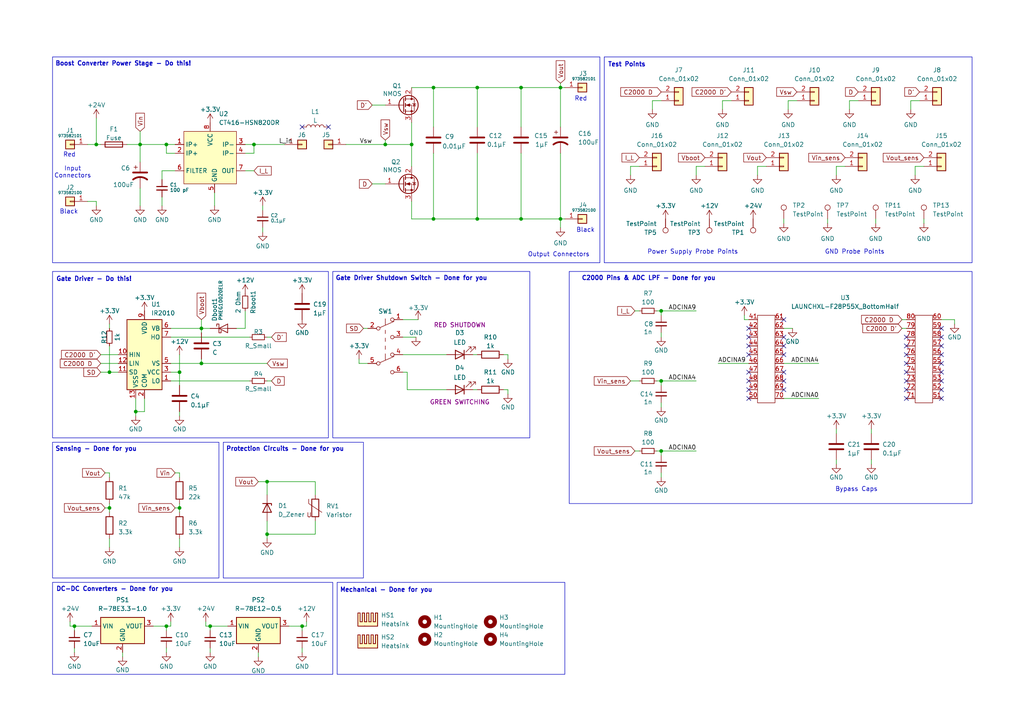
<source format=kicad_sch>
(kicad_sch (version 20250114) (generator "eeschema") (generator_version "9.0")
  (paper "A4")
  (title_block (title "24V-48V Boost Converter") (rev "0") (company "ECE462L: Power Electronics Lab") (comment 1 "[Student names here...]"))
  (lib_symbols
    (symbol "CT416-HSN820DR_1"
      (property "Reference" "U" (at 6.858 12.954 0))
      (property "Value" "CT416-HSN820DR" (at 9.652 10.668 0))
      (symbol "CT416-HSN820DR_1_1_1"
        (pin input line (at -10.16 3.81 0) (length 2.54) (name "IP+") (number "1"))
        (pin input line (at -10.16 1.27 0) (length 2.54) (name "IP+") (number "2"))
        (pin input line (at -10.16 -3.81 0) (length 2.54) (name "FILTER") (number "6"))
        (pin input line (at 0 10.16 270) (length 2.54) (name "VCC") (number "8"))
        (pin input line (at 1.27 -10.16 90) (length 2.54) (name "GND") (number "5"))
        (pin input line (at 10.16 3.81 180) (length 2.54) (name "IP-") (number "3"))
        (pin input line (at 10.16 1.27 180) (length 2.54) (name "IP-") (number "4"))
        (pin input line (at 10.16 -3.81 180) (length 2.54) (name "OUT") (number "7"))
      )
    )
    (symbol "Connector:TestPoint" (pin_numbers (hide yes)) (pin_names (offset 0.762) (hide yes))
      (property "Reference" "TP" (at 0 6.858 0))
      (property "Value" "TestPoint" (at 0 5.08 0))
      (symbol "TestPoint_1_1"
        (pin passive line (at 0 0 90) (length 2.54) (name "1") (number "1"))
      )
    )
    (symbol "Connector_Generic:Conn_01x01" (pin_names (offset 1.016) (hide yes))
      (property "Reference" "J" (at 0 2.54 0))
      (property "Value" "Conn_01x01" (at 0 -2.54 0))
      (symbol "Conn_01x01_1_1"
        (pin passive line (at -5.08 0 0) (length 3.81) (name "Pin_1") (number "1"))
      )
    )
    (symbol "Connector_Generic:Conn_01x02" (pin_names (offset 1.016) (hide yes))
      (property "Reference" "J" (at 0 2.54 0))
      (property "Value" "Conn_01x02" (at 0 -5.08 0))
      (symbol "Conn_01x02_1_1"
        (pin passive line (at -5.08 0 0) (length 3.81) (name "Pin_1") (number "1"))
        (pin passive line (at -5.08 -2.54 0) (length 3.81) (name "Pin_2") (number "2"))
      )
    )
    (symbol "Device:C" (pin_numbers (hide yes)) (pin_names (offset 0.254))
      (property "Reference" "C" (at 0.635 2.54 0))
      (property "Value" "C" (at 0.635 -2.54 0))
      (symbol "C_1_1"
        (pin passive line (at 0 3.81 270) (length 2.794) (name "~") (number "1"))
        (pin passive line (at 0 -3.81 90) (length 2.794) (name "~") (number "2"))
      )
    )
    (symbol "Device:C_Polarized_US" (pin_numbers (hide yes)) (pin_names (offset 0.254) (hide yes))
      (property "Reference" "C" (at 0.635 2.54 0))
      (property "Value" "C_Polarized_US" (at 0.635 -2.54 0))
      (symbol "C_Polarized_US_1_1"
        (pin passive line (at 0 3.81 270) (length 2.794) (name "~") (number "1"))
        (pin passive line (at 0 -3.81 90) (length 3.302) (name "~") (number "2"))
      )
    )
    (symbol "Device:C_Small" (pin_numbers (hide yes)) (pin_names (offset 0.254) (hide yes))
      (property "Reference" "C" (at 0.254 1.778 0))
      (property "Value" "C_Small" (at 0.254 -2.032 0))
      (symbol "C_Small_1_1"
        (pin passive line (at 0 2.54 270) (length 2.032) (name "~") (number "1"))
        (pin passive line (at 0 -2.54 90) (length 2.032) (name "~") (number "2"))
      )
    )
    (symbol "Device:D_Zener" (pin_numbers (hide yes)) (pin_names (offset 1.016) (hide yes))
      (property "Reference" "D" (at 0 2.54 0))
      (property "Value" "D_Zener" (at 0 -2.54 0))
      (symbol "D_Zener_1_1"
        (pin passive line (at -3.81 0 0) (length 2.54) (name "K") (number "1"))
        (pin passive line (at 3.81 0 180) (length 2.54) (name "A") (number "2"))
      )
    )
    (symbol "Device:Fuse" (pin_numbers (hide yes)) (pin_names (offset 0))
      (property "Reference" "F" (at 2.032 0 90))
      (property "Value" "Fuse" (at -1.905 0 90))
      (symbol "Fuse_1_1"
        (pin passive line (at 0 3.81 270) (length 1.27) (name "~") (number "1"))
        (pin passive line (at 0 -3.81 90) (length 1.27) (name "~") (number "2"))
      )
    )
    (symbol "Device:L" (pin_numbers (hide yes)) (pin_names (offset 1.016) (hide yes))
      (property "Reference" "L" (at -1.27 0 90))
      (property "Value" "L" (at 1.905 0 90))
      (symbol "L_1_1"
        (pin passive line (at 0 3.81 270) (length 1.27) (name "1") (number "1"))
        (pin passive line (at 0 -3.81 90) (length 1.27) (name "2") (number "2"))
      )
    )
    (symbol "Device:LED" (pin_numbers (hide yes)) (pin_names (offset 1.016) (hide yes))
      (property "Reference" "D" (at 0 2.54 0))
      (property "Value" "LED" (at 0 -2.54 0))
      (symbol "LED_1_1"
        (pin passive line (at -3.81 0 0) (length 2.54) (name "K") (number "1"))
        (pin passive line (at 3.81 0 180) (length 2.54) (name "A") (number "2"))
      )
    )
    (symbol "Device:Q_NMOS_GDS" (pin_names (offset 0) (hide yes))
      (property "Reference" "Q" (at 5.08 1.27 0))
      (property "Value" "Q_NMOS_GDS" (at 5.08 -1.27 0))
      (symbol "Q_NMOS_GDS_1_1"
        (pin input line (at -5.08 0 0) (length 2.54) (name "G") (number "1"))
        (pin passive line (at 2.54 5.08 270) (length 2.54) (name "D") (number "2"))
        (pin passive line (at 2.54 -5.08 90) (length 2.54) (name "S") (number "3"))
      )
    )
    (symbol "Device:R" (pin_numbers (hide yes)) (pin_names (offset 0))
      (property "Reference" "R" (at 2.032 0 90))
      (property "Value" "R" (at 0 0 90))
      (symbol "R_1_1"
        (pin passive line (at 0 3.81 270) (length 1.27) (name "~") (number "1"))
        (pin passive line (at 0 -3.81 90) (length 1.27) (name "~") (number "2"))
      )
    )
    (symbol "Device:R_Small" (pin_numbers (hide yes)) (pin_names (offset 0.254) (hide yes))
      (property "Reference" "R" (at 0.762 0.508 0))
      (property "Value" "R_Small" (at 0.762 -1.016 0))
      (symbol "R_Small_1_1"
        (pin passive line (at 0 2.54 270) (length 0.762) (name "~") (number "1"))
        (pin passive line (at 0 -2.54 90) (length 0.762) (name "~") (number "2"))
      )
    )
    (symbol "Device:Varistor" (pin_numbers (hide yes)) (pin_names (offset 0))
      (property "Reference" "RV" (at 3.175 0 90))
      (property "Value" "Varistor" (at -3.175 0 90))
      (symbol "Varistor_0_0"
        (text "U" (at -1.778 -2.032 0) (effects (font (size 1.27 1.27))))
      )
      (symbol "Varistor_1_1"
        (pin passive line (at 0 3.81 270) (length 1.27) (name "~") (number "1"))
        (pin passive line (at 0 -3.81 90) (length 1.27) (name "~") (number "2"))
      )
    )
    (symbol "Diode:PMEG10020ELR" (pin_numbers (hide yes)) (pin_names (hide yes))
      (property "Reference" "D" (at 0 2.54 0))
      (property "Value" "PMEG10020ELR" (at 0 -2.54 0))
      (symbol "PMEG10020ELR_1_1"
        (pin passive line (at -3.81 0 0) (length 2.54) (name "K") (number "1"))
        (pin passive line (at 3.81 0 180) (length 2.54) (name "A") (number "2"))
      )
    )
    (symbol "Driver_FET:IR2010"
      (property "Reference" "U" (at 1.27 13.335 0))
      (property "Value" "IR2010" (at 1.27 11.43 0))
      (symbol "IR2010_1_1"
        (pin input line (at -7.62 0 0) (length 2.54) (name "HIN") (number "10"))
        (pin input line (at -7.62 -2.54 0) (length 2.54) (name "LIN") (number "12"))
        (pin input line (at -7.62 -5.08 0) (length 2.54) (name "SD") (number "11"))
        (pin no_connect line (at -5.08 7.62 0) (length 2.54) (hide yes) (name "NC") (number "4"))
        (pin no_connect line (at -5.08 5.08 0) (length 2.54) (hide yes) (name "NC") (number "8"))
        (pin no_connect line (at -5.08 2.54 0) (length 2.54) (hide yes) (name "NC") (number "14"))
        (pin power_in line (at -2.54 -12.7 90) (length 2.54) (name "VSS") (number "13"))
        (pin power_in line (at 0 12.7 270) (length 2.54) (name "VDD") (number "9"))
        (pin power_in line (at 0 -12.7 90) (length 2.54) (name "COM") (number "2"))
        (pin passive line (at 7.62 7.62 180) (length 2.54) (name "VB") (number "6"))
        (pin output line (at 7.62 5.08 180) (length 2.54) (name "HO") (number "7"))
        (pin passive line (at 7.62 -2.54 180) (length 2.54) (name "VS") (number "5"))
        (pin power_in line (at 7.62 -5.08 180) (length 2.54) (name "VCC") (number "3"))
        (pin output line (at 7.62 -7.62 180) (length 2.54) (name "LO") (number "1"))
      )
    )
    (symbol "ECE462L:LAUNCHXL-F28P55X_BottomHalf"
      (property "Reference" "U" (at 0 16.002 0))
      (property "Value" "LAUNCHXL-F28P55X_BottomHalf" (at 0 13.97 0))
      (symbol "LAUNCHXL-F28P55X_BottomHalf_1_1"
        (pin bidirectional line (at -27.94 5.08 0) (length 2.54) (name "") (number "41"))
        (pin bidirectional line (at -27.94 2.54 0) (length 2.54) (name "") (number "42"))
        (pin bidirectional line (at -27.94 0 0) (length 2.54) (name "") (number "43"))
        (pin bidirectional line (at -27.94 -2.54 0) (length 2.54) (name "") (number "44"))
        (pin bidirectional line (at -27.94 -5.08 0) (length 2.54) (name "") (number "45"))
        (pin bidirectional line (at -27.94 -7.62 0) (length 2.54) (name "") (number "46"))
        (pin bidirectional line (at -27.94 -10.16 0) (length 2.54) (name "") (number "47"))
        (pin bidirectional line (at -27.94 -12.7 0) (length 2.54) (name "") (number "48"))
        (pin bidirectional line (at -27.94 -15.24 0) (length 2.54) (name "") (number "49"))
        (pin bidirectional line (at -27.94 -17.78 0) (length 2.54) (name "") (number "50"))
        (pin bidirectional line (at -17.78 5.08 180) (length 2.54) (name "") (number "61"))
        (pin bidirectional line (at -17.78 2.54 180) (length 2.54) (name "") (number "62"))
        (pin bidirectional line (at -17.78 0 180) (length 2.54) (name "") (number "63"))
        (pin bidirectional line (at -17.78 -2.54 180) (length 2.54) (name "") (number "64"))
        (pin bidirectional line (at -17.78 -5.08 180) (length 2.54) (name "") (number "65"))
        (pin bidirectional line (at -17.78 -7.62 180) (length 2.54) (name "") (number "66"))
        (pin bidirectional line (at -17.78 -10.16 180) (length 2.54) (name "") (number "67"))
        (pin bidirectional line (at -17.78 -12.7 180) (length 2.54) (name "") (number "68"))
        (pin bidirectional line (at -17.78 -15.24 180) (length 2.54) (name "") (number "69"))
        (pin bidirectional line (at -17.78 -17.78 180) (length 2.54) (name "") (number "70"))
        (pin bidirectional line (at 17.78 5.08 0) (length 2.54) (name "") (number "80"))
        (pin bidirectional line (at 17.78 2.54 0) (length 2.54) (name "") (number "79"))
        (pin bidirectional line (at 17.78 0 0) (length 2.54) (name "") (number "78"))
        (pin bidirectional line (at 17.78 -2.54 0) (length 2.54) (name "") (number "77"))
        (pin bidirectional line (at 17.78 -5.08 0) (length 2.54) (name "") (number "76"))
        (pin bidirectional line (at 17.78 -7.62 0) (length 2.54) (name "") (number "75"))
        (pin bidirectional line (at 17.78 -10.16 0) (length 2.54) (name "") (number "74"))
        (pin bidirectional line (at 17.78 -12.7 0) (length 2.54) (name "") (number "73"))
        (pin bidirectional line (at 17.78 -15.24 0) (length 2.54) (name "") (number "72"))
        (pin bidirectional line (at 17.78 -17.78 0) (length 2.54) (name "") (number "71"))
        (pin bidirectional line (at 27.94 5.08 180) (length 2.54) (name "") (number "60"))
        (pin bidirectional line (at 27.94 2.54 180) (length 2.54) (name "") (number "59"))
        (pin bidirectional line (at 27.94 0 180) (length 2.54) (name "") (number "58"))
        (pin bidirectional line (at 27.94 -2.54 180) (length 2.54) (name "") (number "57"))
        (pin bidirectional line (at 27.94 -5.08 180) (length 2.54) (name "") (number "56"))
        (pin bidirectional line (at 27.94 -7.62 180) (length 2.54) (name "") (number "55"))
        (pin bidirectional line (at 27.94 -10.16 180) (length 2.54) (name "") (number "54"))
        (pin bidirectional line (at 27.94 -12.7 180) (length 2.54) (name "") (number "53"))
        (pin bidirectional line (at 27.94 -15.24 180) (length 2.54) (name "") (number "52"))
        (pin bidirectional line (at 27.94 -17.78 180) (length 2.54) (name "") (number "51"))
      )
    )
    (symbol "ECE462L:R-78E12-0.5"
      (property "Reference" "PS" (at 0 7.874 0))
      (property "Value" "R-78E12-0.5" (at 0.254 5.588 0))
      (symbol "R-78E12-0.5_1_0"
        (pin input line (at -8.89 1.27 0) (length 2.54) (name "VIN") (number "1"))
        (pin power_in line (at 0 -6.35 90) (length 2.54) (name "GND") (number "2"))
        (pin output line (at 8.89 1.27 180) (length 2.54) (name "VOUT") (number "3"))
      )
    )
    (symbol "ECE462L:R-78E3.3-1.0"
      (property "Reference" "PS" (at -1.016 6.858 0))
      (property "Value" "R-78E3.3-1.0" (at -6.858 4.572 0))
      (symbol "R-78E3.3-1.0_1_0"
        (pin input line (at -8.89 1.27 0) (length 2.54) (name "VIN") (number "1"))
        (pin power_in line (at 0 -6.35 90) (length 2.54) (name "GND") (number "2"))
        (pin output line (at 8.89 1.27 180) (length 2.54) (name "VOUT") (number "3"))
      )
    )
    (symbol "GND_1" (power) (pin_numbers (hide yes)) (pin_names (offset 0) (hide yes))
      (property "Value" "GND" (at 0 -3.81 0))
      (symbol "GND_1_1_1"
        (pin power_in line (at 0 0 270) (length 0) (name "~") (number "1"))
      )
    )
    (symbol "Mechanical:Heatsink" (pin_names (offset 1.016)) (exclude_from_sim yes)
      (property "Reference" "HS" (at 0 5.08 0))
      (property "Value" "Heatsink" (at 0 -1.27 0))
    )
    (symbol "Mechanical:MountingHole" (pin_names (offset 1.016)) (exclude_from_sim yes) (in_bom no)
      (property "Reference" "H" (at 0 5.08 0))
      (property "Value" "MountingHole" (at 0 3.175 0))
    )
    (symbol "Switch:SW_Push_DPDT" (pin_names (offset 0) (hide yes))
      (property "Reference" "SW" (at 0 8.89 0))
      (property "Value" "SW_Push_DPDT" (at 0 -10.16 0))
      (symbol "SW_Push_DPDT_1_1"
        (pin passive line (at -5.08 5.08 0) (length 2.54) (name "B") (number "2"))
        (pin passive line (at -5.08 -5.08 0) (length 2.54) (name "B") (number "5"))
        (pin passive line (at 5.08 7.62 180) (length 2.54) (name "A") (number "1"))
        (pin passive line (at 5.08 2.54 180) (length 2.54) (name "C") (number "3"))
        (pin passive line (at 5.08 -2.54 180) (length 2.54) (name "A") (number "4"))
        (pin passive line (at 5.08 -7.62 180) (length 2.54) (name "C") (number "6"))
      )
    )
    (symbol "power:+12V" (power) (pin_names (offset 0))
      (property "Value" "+12V" (at 0 3.556 0))
      (symbol "+12V_1_1"
        (pin power_in line (at 0 0 90) (length 0) (hide yes) (name "+12V") (number "1"))
      )
    )
    (symbol "power:+24V" (power) (pin_names (offset 0))
      (property "Value" "+24V" (at 0 3.556 0))
      (symbol "+24V_1_1"
        (pin power_in line (at 0 0 90) (length 0) (hide yes) (name "+24V") (number "1"))
      )
    )
    (symbol "power:+3.3V" (power) (pin_names (offset 0))
      (property "Value" "+3.3V" (at 0 3.556 0))
      (symbol "+3.3V_1_1"
        (pin power_in line (at 0 0 90) (length 0) (hide yes) (name "+3.3V") (number "1"))
      )
    )
    (symbol "power:GND" (power) (pin_names (offset 0))
      (property "Value" "GND" (at 0 -3.81 0))
      (symbol "GND_1_1"
        (pin power_in line (at 0 0 270) (length 0) (hide yes) (name "GND") (number "1"))
      )
    )
  )
  (rectangle (start 97.79 168.91) (end 163.83 195.58))
  (rectangle (start -124.46 78.74) (end -3.81 127))
  (rectangle (start 15.24 128.27) (end 63.5 167.64))
  (rectangle (start 165.1 78.74) (end 281.94 146.05))
  (rectangle (start 64.77 128.27) (end 105.41 167.64))
  (rectangle (start 15.24 168.91) (end 96.52 195.58))
  (rectangle (start 96.52 78.74) (end 153.67 127))
  (rectangle (start -124.46 13.97) (end -3.81 77.47))
  (rectangle (start 175.26 16.51) (end 281.94 76.2))
  (rectangle (start 15.24 78.74) (end 95.25 127))
  (rectangle (start 15.24 16.51) (end 173.99 76.2))
  (text "High Freq Filtering Capacitors\n(for switching loop)" (at -29.21 66.548 0) (effects (font (size 1.27 1.27))))
  (text "Inductor wire through hole connections" (at -76.2 30.988 0) (effects (font (size 1.27 1.27)) (justify left bottom)))
  (text "Input\nConnectors" (at 21.082 50.038 0) (effects (font (size 1.27 1.27))))
  (text "Sensing - Done for you\n" (at 16.002 131.064 0) (effects (font (size 1.27 1.27) (thickness 0.254) (bold yes)) (justify left bottom)))
  (text "Protection Circuits - Done for you" (at 65.532 131.064 0) (effects (font (size 1.27 1.27) (thickness 0.254) (bold yes)) (justify left bottom)))
  (text "Input\nCapacitor\n" (at -59.944 66.548 0) (effects (font (size 1.27 1.27))))
  (text "Test Points" (at 176.276 19.558 0) (effects (font (size 1.27 1.27) (thickness 0.254) (bold yes)) (justify left bottom)))
  (text "Bypass Cap\nfor +12V VCC" (at -56.896 117.856 0) (effects (font (size 1.27 1.27))))
  (text "Black" (at 17.272 62.23 0) (effects (font (size 1.27 1.27)) (justify left bottom)))
  (text "Mechanical - Done for you" (at 98.552 171.958 0) (effects (font (size 1.27 1.27) (thickness 0.254) (bold yes)) (justify left bottom)))
  (text "Red" (at 18.288 45.72 0) (effects (font (size 1.27 1.27)) (justify left bottom)))
  (text "Bulk Output\nCapacitor" (at -76.962 66.548 0) (effects (font (size 1.27 1.27))))
  (text "Power Supply Probe Points" (at 200.914 73.152 0) (effects (font (size 1.27 1.27))))
  (text "Bootstrap\nCapacitor" (at -79.502 117.602 0) (effects (font (size 1.27 1.27))))
  (text "Red" (at 166.624 29.464 0) (effects (font (size 1.27 1.27)) (justify left bottom)))
  (text "Gate Driver Shutdown Switch - Done for you" (at 97.282 81.534 0) (effects (font (size 1.27 1.27) (thickness 0.254) (bold yes)) (justify left bottom)))
  (text "Notes: \n\n-The inductor physically will be mounted into the board using a bobbin\n-The inductor will be electrically connected using connectors J5 and J6 \n(use net names L_In and Vsw to connect these to the rest of the circuit).\n- Since the bobbin is not electrically connected to the board, leave the \nconnection as a no connect so it will not be connected to any node on the board.\n- Bypass capacitors should be placed as close as possible to the physical pins of each IC.\n- Please do not change any net names - the rest of the circuit depends on the current net names. \n" (at -112.522 1.27 0) (effects (font (size 1.27 1.27)) (justify left)))
  (text "Black" (at 167.132 67.564 0) (effects (font (size 1.27 1.27)) (justify left bottom)))
  (text "Gate Driver - Do this!" (at 16.256 81.788 0) (effects (font (size 1.27 1.27) (thickness 0.254) (bold yes)) (justify left bottom)))
  (text "Current Sensor" (at -94.488 70.612 0) (effects (font (size 1.27 1.27))))
  (text "Boostrap\nResistor\n" (at -34.036 109.474 0) (effects (font (size 1.27 1.27))))
  (text "DC-DC Converters - Done for you" (at 16.256 171.704 0) (effects (font (size 1.27 1.27) (thickness 0.254) (bold yes)) (justify left bottom)))
  (text "Boost Power Stage Components - Use these!" (at -123.19 18.288 0) (effects (font (size 2 2) (thickness 0.4) (bold yes) (italic yes)) (justify left bottom)))
  (text "Gate Resistors" (at -79.502 101.854 0) (effects (font (size 1.27 1.27))))
  (text "C2000 Pins & ADC LPF - Done for you\n" (at 168.656 81.534 0) (effects (font (size 1.27 1.27) (thickness 0.254) (bold yes)) (justify left bottom)))
  (text "Boostrap Diode" (at -56.896 101.854 0) (effects (font (size 1.27 1.27))))
  (text "Output Connectors\n\n" (at 162.052 74.93 0) (effects (font (size 1.27 1.27))))
  (text "Bypass Capacitor\nfor Current Sensor" (at -104.902 41.91 0) (effects (font (size 1.27 1.27))))
  (text "Inductor Bobbin \nConnection" (at -56.388 47.244 0) (effects (font (size 1.27 1.27))))
  (text "Switches" (at -22.606 21.336 0) (effects (font (size 1.27 1.27))))
  (text "Bypass Capacitor\nfor Gate Driver\n" (at -103.632 115.316 0) (effects (font (size 1.27 1.27))))
  (text "Gate Driver Components - Use these!" (at -122.682 83.312 0) (effects (font (size 2 2) (thickness 0.4) (bold yes) (italic yes)) (justify left bottom)))
  (text "GND Probe Points" (at 247.904 73.152 0) (effects (font (size 1.27 1.27))))
  (text "Bypass Caps" (at 248.412 141.986 0) (effects (font (size 1.27 1.27))))
  (text "Boost Converter Power Stage - Do this!\n" (at 16.002 19.304 0) (effects (font (size 1.27 1.27) (thickness 0.254) (bold yes)) (justify left bottom)))
  (junction (at 111.76 41.91))
  (junction (at 77.47 139.7))
  (junction (at 21.59 181.61))
  (junction (at 27.94 41.91))
  (junction (at 191.77 130.81))
  (junction (at 125.73 25.4))
  (junction (at 60.96 181.61))
  (junction (at 151.13 25.4))
  (junction (at 31.75 107.95))
  (junction (at 119.38 41.91))
  (junction (at 73.66 41.91))
  (junction (at 48.26 41.91))
  (junction (at 125.73 63.5))
  (junction (at 39.37 119.38))
  (junction (at 48.26 181.61))
  (junction (at 52.07 147.32))
  (junction (at 77.47 154.94))
  (junction (at 191.77 90.17))
  (junction (at 87.63 181.61))
  (junction (at 40.64 41.91))
  (junction (at 58.42 95.25))
  (junction (at 31.75 147.32))
  (junction (at 138.43 25.4))
  (junction (at 138.43 63.5))
  (junction (at 191.77 110.49))
  (junction (at 151.13 63.5))
  (junction (at 162.56 63.5))
  (junction (at 58.42 105.41))
  (junction (at 52.07 107.95))
  (junction (at 162.56 25.4))
  (no_connect (at 227.33 102.87))
  (no_connect (at 273.05 95.25))
  (no_connect (at 262.89 100.33))
  (no_connect (at 217.17 100.33))
  (no_connect (at 95.25 36.83))
  (no_connect (at 227.33 107.95))
  (no_connect (at 217.17 110.49))
  (no_connect (at 217.17 107.95))
  (no_connect (at 273.05 113.03))
  (no_connect (at 227.33 113.03))
  (no_connect (at 262.89 115.57))
  (no_connect (at 262.89 113.03))
  (no_connect (at 87.63 36.83))
  (no_connect (at 262.89 102.87))
  (no_connect (at 273.05 97.79))
  (no_connect (at 273.05 102.87))
  (no_connect (at 273.05 115.57))
  (no_connect (at 227.33 97.79))
  (no_connect (at 262.89 107.95))
  (no_connect (at 227.33 110.49))
  (no_connect (at 217.17 102.87))
  (no_connect (at 262.89 105.41))
  (no_connect (at 273.05 100.33))
  (no_connect (at 262.89 97.79))
  (no_connect (at 217.17 95.25))
  (no_connect (at 217.17 113.03))
  (no_connect (at 273.05 105.41))
  (no_connect (at 273.05 107.95))
  (no_connect (at 262.89 110.49))
  (no_connect (at 227.33 100.33))
  (no_connect (at 227.33 92.71))
  (no_connect (at 217.17 115.57))
  (no_connect (at 217.17 97.79))
  (no_connect (at 273.05 110.49))
  (wire (pts (xy 276.86 92.71) (xy 276.86 93.98)))
  (wire (pts (xy 77.47 139.7) (xy 77.47 143.51)))
  (wire (pts (xy 151.13 25.4) (xy 162.56 25.4)))
  (wire (pts (xy -104.14 96.52) (xy -104.14 97.79)))
  (wire (pts (xy 137.16 102.87) (xy 138.43 102.87)))
  (wire (pts (xy 191.77 111.76) (xy 191.77 110.49)))
  (wire (pts (xy 36.83 41.91) (xy 40.64 41.91)))
  (wire (pts (xy 162.56 63.5) (xy 163.83 63.5)))
  (wire (pts (xy 62.23 55.88) (xy 62.23 59.69)))
  (wire (pts (xy 245.11 48.26) (xy 242.57 48.26)))
  (wire (pts (xy 185.42 110.49) (xy 182.88 110.49)))
  (wire (pts (xy 73.66 41.91) (xy 73.66 44.45)))
  (wire (pts (xy 138.43 44.45) (xy 138.43 63.5)))
  (wire (pts (xy 191.77 90.17) (xy 190.5 90.17)))
  (wire (pts (xy 265.43 48.26) (xy 265.43 50.8)))
  (wire (pts (xy 71.12 90.17) (xy 71.12 95.25)))
  (wire (pts (xy 39.37 119.38) (xy 39.37 120.65)))
  (wire (pts (xy 20.32 180.34) (xy 20.32 181.61)))
  (wire (pts (xy 151.13 25.4) (xy 151.13 36.83)))
  (wire (pts (xy 191.77 91.44) (xy 191.77 90.17)))
  (wire (pts (xy 58.42 105.41) (xy 77.47 105.41)))
  (wire (pts (xy 20.32 181.61) (xy 21.59 181.61)))
  (wire (pts (xy 49.53 105.41) (xy 58.42 105.41)))
  (wire (pts (xy 31.75 147.32) (xy 31.75 148.59)))
  (wire (pts (xy 147.32 114.3) (xy 147.32 113.03)))
  (wire (pts (xy 27.94 41.91) (xy 29.21 41.91)))
  (wire (pts (xy 201.93 48.26) (xy 201.93 50.8)))
  (wire (pts (xy 46.99 52.07) (xy 46.99 49.53)))
  (wire (pts (xy 58.42 104.14) (xy 58.42 105.41)))
  (wire (pts (xy 137.16 113.03) (xy 138.43 113.03)))
  (wire (pts (xy 184.15 130.81) (xy 185.42 130.81)))
  (wire (pts (xy 29.21 105.41) (xy 34.29 105.41)))
  (wire (pts (xy 111.76 40.64) (xy 111.76 41.91)))
  (wire (pts (xy 248.92 29.21) (xy 246.38 29.21)))
  (wire (pts (xy 125.73 25.4) (xy 138.43 25.4)))
  (wire (pts (xy 76.2 66.04) (xy 76.2 67.31)))
  (wire (pts (xy 209.55 29.21) (xy 209.55 31.75)))
  (wire (pts (xy 29.21 102.87) (xy 34.29 102.87)))
  (wire (pts (xy 48.26 187.96) (xy 48.26 189.23)))
  (wire (pts (xy 261.62 95.25) (xy 262.89 95.25)))
  (wire (pts (xy 77.47 151.13) (xy 77.47 154.94)))
  (wire (pts (xy 147.32 104.14) (xy 147.32 102.87)))
  (wire (pts (xy 217.17 92.71) (xy 215.9 92.71)))
  (wire (pts (xy 119.38 58.42) (xy 119.38 63.5)))
  (wire (pts (xy 118.11 113.03) (xy 118.11 107.95)))
  (wire (pts (xy 227.33 63.5) (xy 227.33 64.77)))
  (wire (pts (xy 191.77 110.49) (xy 201.93 110.49)))
  (wire (pts (xy 162.56 24.13) (xy 162.56 25.4)))
  (wire (pts (xy 83.82 181.61) (xy 87.63 181.61)))
  (wire (pts (xy 147.32 102.87) (xy 146.05 102.87)))
  (wire (pts (xy 49.53 181.61) (xy 49.53 180.34)))
  (wire (pts (xy 242.57 48.26) (xy 242.57 50.8)))
  (wire (pts (xy 107.95 30.48) (xy 111.76 30.48)))
  (wire (pts (xy 71.12 44.45) (xy 73.66 44.45)))
  (wire (pts (xy 267.97 64.77) (xy 267.97 63.5)))
  (wire (pts (xy 49.53 110.49) (xy 72.39 110.49)))
  (wire (pts (xy 119.38 25.4) (xy 125.73 25.4)))
  (wire (pts (xy 77.47 154.94) (xy 77.47 156.21)))
  (wire (pts (xy 273.05 92.71) (xy 276.86 92.71)))
  (wire (pts (xy 31.75 146.05) (xy 31.75 147.32)))
  (wire (pts (xy 71.12 49.53) (xy 73.66 49.53)))
  (wire (pts (xy 48.26 182.88) (xy 48.26 181.61)))
  (wire (pts (xy 50.8 137.16) (xy 52.07 137.16)))
  (wire (pts (xy 147.32 113.03) (xy 146.05 113.03)))
  (wire (pts (xy 58.42 95.25) (xy 60.96 95.25)))
  (wire (pts (xy 60.96 187.96) (xy 60.96 189.23)))
  (wire (pts (xy 151.13 63.5) (xy 162.56 63.5)))
  (wire (pts (xy 264.16 29.21) (xy 264.16 31.75)))
  (wire (pts (xy 119.38 41.91) (xy 119.38 48.26)))
  (wire (pts (xy 40.64 54.61) (xy 40.64 59.69)))
  (wire (pts (xy 138.43 25.4) (xy 151.13 25.4)))
  (wire (pts (xy 30.48 137.16) (xy 31.75 137.16)))
  (wire (pts (xy 254 64.77) (xy 254 63.5)))
  (wire (pts (xy 162.56 66.04) (xy 162.56 63.5)))
  (wire (pts (xy 104.14 105.41) (xy 106.68 105.41)))
  (wire (pts (xy 191.77 110.49) (xy 190.5 110.49)))
  (wire (pts (xy 242.57 124.46) (xy 242.57 125.73)))
  (wire (pts (xy 104.14 105.41) (xy 104.14 104.14)))
  (wire (pts (xy 227.33 95.25) (xy 229.87 95.25)))
  (wire (pts (xy 219.71 48.26) (xy 219.71 50.8)))
  (wire (pts (xy 116.84 102.87) (xy 129.54 102.87)))
  (wire (pts (xy 40.64 41.91) (xy 48.26 41.91)))
  (wire (pts (xy 111.76 41.91) (xy 119.38 41.91)))
  (wire (pts (xy 228.6 29.21) (xy 228.6 31.75)))
  (wire (pts (xy 49.53 97.79) (xy 72.39 97.79)))
  (wire (pts (xy 50.8 147.32) (xy 52.07 147.32)))
  (wire (pts (xy 119.38 35.56) (xy 119.38 41.91)))
  (wire (pts (xy 74.93 139.7) (xy 77.47 139.7)))
  (wire (pts (xy 91.44 143.51) (xy 91.44 139.7)))
  (wire (pts (xy 40.64 38.1) (xy 40.64 41.91)))
  (wire (pts (xy 231.14 29.21) (xy 228.6 29.21)))
  (wire (pts (xy 191.77 29.21) (xy 189.23 29.21)))
  (wire (pts (xy 252.73 133.35) (xy 252.73 134.62)))
  (wire (pts (xy 25.4 41.91) (xy 27.94 41.91)))
  (wire (pts (xy 191.77 90.17) (xy 201.93 90.17)))
  (wire (pts (xy 77.47 139.7) (xy 91.44 139.7)))
  (wire (pts (xy 73.66 41.91) (xy 82.55 41.91)))
  (wire (pts (xy 125.73 63.5) (xy 138.43 63.5)))
  (wire (pts (xy 31.75 156.21) (xy 31.75 158.75)))
  (wire (pts (xy 52.07 102.87) (xy 52.07 107.95)))
  (wire (pts (xy 77.47 110.49) (xy 78.74 110.49)))
  (wire (pts (xy 87.63 182.88) (xy 87.63 181.61)))
  (wire (pts (xy 58.42 95.25) (xy 58.42 96.52)))
  (wire (pts (xy 116.84 97.79) (xy 120.65 97.79)))
  (wire (pts (xy 52.07 107.95) (xy 52.07 111.76)))
  (wire (pts (xy 74.93 189.23) (xy 74.93 190.5)))
  (wire (pts (xy -95.25 63.5) (xy -93.98 63.5)))
  (wire (pts (xy -104.14 105.41) (xy -104.14 106.68)))
  (wire (pts (xy 162.56 25.4) (xy 163.83 25.4)))
  (wire (pts (xy 52.07 148.59) (xy 52.07 147.32)))
  (wire (pts (xy 162.56 25.4) (xy 162.56 36.83)))
  (wire (pts (xy 191.77 130.81) (xy 201.93 130.81)))
  (wire (pts (xy 39.37 115.57) (xy 39.37 119.38)))
  (wire (pts (xy 116.84 92.71) (xy 121.285 92.71)))
  (wire (pts (xy 29.21 107.95) (xy 31.75 107.95)))
  (wire (pts (xy 242.57 133.35) (xy 242.57 134.62)))
  (wire (pts (xy 119.38 63.5) (xy 125.73 63.5)))
  (wire (pts (xy 191.77 130.81) (xy 190.5 130.81)))
  (wire (pts (xy 30.48 147.32) (xy 31.75 147.32)))
  (wire (pts (xy 204.47 48.26) (xy 201.93 48.26)))
  (wire (pts (xy 52.07 146.05) (xy 52.07 147.32)))
  (wire (pts (xy 48.26 41.91) (xy 48.26 44.45)))
  (wire (pts (xy 25.4 58.42) (xy 27.94 58.42)))
  (wire (pts (xy 77.47 97.79) (xy 78.74 97.79)))
  (wire (pts (xy 88.9 181.61) (xy 88.9 180.34)))
  (wire (pts (xy 227.33 105.41) (xy 237.49 105.41)))
  (wire (pts (xy 227.33 115.57) (xy 237.49 115.57)))
  (wire (pts (xy 60.96 181.61) (xy 66.04 181.61)))
  (wire (pts (xy 59.69 181.61) (xy 60.96 181.61)))
  (wire (pts (xy 77.47 154.94) (xy 91.44 154.94)))
  (wire (pts (xy 60.96 182.88) (xy 60.96 181.61)))
  (wire (pts (xy 191.77 97.79) (xy 191.77 96.52)))
  (wire (pts (xy 31.75 100.33) (xy 31.75 107.95)))
  (wire (pts (xy 215.9 92.71) (xy 215.9 91.44)))
  (wire (pts (xy 100.33 41.91) (xy 111.76 41.91)))
  (wire (pts (xy 191.77 132.08) (xy 191.77 130.81)))
  (wire (pts (xy 21.59 181.61) (xy 26.67 181.61)))
  (wire (pts (xy 105.41 95.25) (xy 106.68 95.25)))
  (wire (pts (xy 191.77 118.11) (xy 191.77 116.84)))
  (wire (pts (xy 50.8 44.45) (xy 48.26 44.45)))
  (wire (pts (xy 52.07 156.21) (xy 52.07 158.75)))
  (wire (pts (xy 138.43 25.4) (xy 138.43 36.83)))
  (wire (pts (xy 189.23 29.21) (xy 189.23 31.75)))
  (wire (pts (xy 48.26 181.61) (xy 49.53 181.61)))
  (wire (pts (xy 52.07 137.16) (xy 52.07 138.43)))
  (wire (pts (xy 240.03 63.5) (xy 240.03 64.77)))
  (wire (pts (xy 46.99 49.53) (xy 50.8 49.53)))
  (wire (pts (xy 125.73 44.45) (xy 125.73 63.5)))
  (wire (pts (xy 46.99 59.69) (xy 46.99 57.15)))
  (wire (pts (xy 266.7 29.21) (xy 264.16 29.21)))
  (wire (pts (xy 21.59 182.88) (xy 21.59 181.61)))
  (wire (pts (xy 68.58 95.25) (xy 71.12 95.25)))
  (wire (pts (xy 182.88 48.26) (xy 182.88 50.8)))
  (wire (pts (xy 49.53 107.95) (xy 52.07 107.95)))
  (wire (pts (xy 118.11 113.03) (xy 129.54 113.03)))
  (wire (pts (xy 41.91 115.57) (xy 41.91 119.38)))
  (wire (pts (xy 252.73 124.46) (xy 252.73 125.73)))
  (wire (pts (xy 185.42 48.26) (xy 182.88 48.26)))
  (wire (pts (xy 87.63 187.96) (xy 87.63 189.23)))
  (wire (pts (xy 27.94 34.29) (xy 27.94 41.91)))
  (wire (pts (xy 39.37 119.38) (xy 41.91 119.38)))
  (wire (pts (xy 31.75 93.98) (xy 31.75 95.25)))
  (wire (pts (xy 91.44 151.13) (xy 91.44 154.94)))
  (wire (pts (xy 151.13 44.45) (xy 151.13 63.5)))
  (wire (pts (xy 58.42 92.71) (xy 58.42 95.25)))
  (wire (pts (xy 246.38 29.21) (xy 246.38 31.75)))
  (wire (pts (xy 191.77 138.43) (xy 191.77 137.16)))
  (wire (pts (xy 49.53 95.25) (xy 58.42 95.25)))
  (wire (pts (xy 71.12 41.91) (xy 73.66 41.91)))
  (wire (pts (xy 52.07 119.38) (xy 52.07 120.65)))
  (wire (pts (xy 125.73 25.4) (xy 125.73 36.83)))
  (wire (pts (xy 76.2 59.69) (xy 76.2 60.96)))
  (wire (pts (xy 222.25 48.26) (xy 219.71 48.26)))
  (wire (pts (xy 118.11 107.95) (xy 116.84 107.95)))
  (wire (pts (xy 107.95 53.34) (xy 111.76 53.34)))
  (wire (pts (xy 40.64 46.99) (xy 40.64 41.91)))
  (wire (pts (xy 31.75 137.16) (xy 31.75 138.43)))
  (wire (pts (xy 261.62 92.71) (xy 262.89 92.71)))
  (wire (pts (xy 59.69 181.61) (xy 59.69 180.34)))
  (wire (pts (xy 21.59 187.96) (xy 21.59 189.23)))
  (wire (pts (xy 88.9 181.61) (xy 87.63 181.61)))
  (wire (pts (xy 27.94 58.42) (xy 27.94 59.69)))
  (wire (pts (xy 185.42 90.17) (xy 184.15 90.17)))
  (wire (pts (xy 48.26 41.91) (xy 50.8 41.91)))
  (wire (pts (xy 212.09 29.21) (xy 209.55 29.21)))
  (wire (pts (xy 44.45 181.61) (xy 48.26 181.61)))
  (wire (pts (xy 162.56 44.45) (xy 162.56 63.5)))
  (wire (pts (xy 35.56 189.23) (xy 35.56 190.5)))
  (wire (pts (xy 138.43 63.5) (xy 151.13 63.5)))
  (wire (pts (xy 208.28 105.41) (xy 217.17 105.41)))
  (wire (pts (xy 31.75 107.95) (xy 34.29 107.95)))
  (wire (pts (xy 267.97 48.26) (xy 265.43 48.26)))
  (label "L_in" (at 84.8113 41.91 180))
  (label "Vsw" (at 107.95 41.91 180))
  (label "ADCINA0" (at 201.93 130.81 180))
  (label "ADCINA9" (at 208.28 105.41 0))
  (label "ADCINA4" (at 201.93 110.49 180))
  (label "ADCINA4" (at 237.49 105.41 180))
  (label "ADCINA0" (at 237.49 115.57 180))
  (label "ADCINA9" (at 201.93 90.17 180))
  (global_label "Vout_sens" (shape input) (at 184.15 130.81 180) (property "Intersheetrefs" "${INTERSHEET_REFS}" (effects (hide yes))))
  (global_label "D" (shape input) (at 107.95 53.34 180) (property "Intersheetrefs" "${INTERSHEET_REFS}" (effects (hide yes))))
  (global_label "Vout" (shape input) (at 222.25 45.72 180) (property "Intersheetrefs" "${INTERSHEET_REFS}" (effects (hide yes))))
  (global_label "Vboot" (shape input) (at 58.42 92.71 90) (property "Intersheetrefs" "${INTERSHEET_REFS}" (effects (hide yes))))
  (global_label "Vsw" (shape input) (at 111.76 40.64 90) (property "Intersheetrefs" "${INTERSHEET_REFS}" (effects (hide yes))))
  (global_label "I_L" (shape input) (at 185.42 45.72 180) (property "Intersheetrefs" "${INTERSHEET_REFS}" (effects (hide yes))))
  (global_label "I_L" (shape input) (at 184.15 90.17 180) (property "Intersheetrefs" "${INTERSHEET_REFS}" (effects (hide yes))))
  (global_label "C2000 D " (shape input) (at 29.21 105.41 180) (property "Intersheetrefs" "${INTERSHEET_REFS}" (effects (hide yes))))
  (global_label "SD" (shape input) (at 105.41 95.25 180) (property "Intersheetrefs" "${INTERSHEET_REFS}" (effects (hide yes))))
  (global_label "Vout_sens" (shape input) (at 267.97 45.72 180) (property "Intersheetrefs" "${INTERSHEET_REFS}" (effects (hide yes))))
  (global_label "SD" (shape input) (at 29.21 107.95 180) (property "Intersheetrefs" "${INTERSHEET_REFS}" (effects (hide yes))))
  (global_label "D" (shape input) (at 248.92 26.67 180) (property "Intersheetrefs" "${INTERSHEET_REFS}" (effects (hide yes))))
  (global_label "Vout" (shape input) (at 30.48 137.16 180) (property "Intersheetrefs" "${INTERSHEET_REFS}" (effects (hide yes))))
  (global_label "C2000 D'" (shape input) (at 29.21 102.87 180) (property "Intersheetrefs" "${INTERSHEET_REFS}" (effects (hide yes))))
  (global_label "Vin_sens" (shape input) (at 245.11 45.72 180) (property "Intersheetrefs" "${INTERSHEET_REFS}" (effects (hide yes))))
  (global_label "Vsw" (shape input) (at 77.47 105.41 0) (property "Intersheetrefs" "${INTERSHEET_REFS}" (effects (hide yes))))
  (global_label "D'" (shape input) (at 78.74 97.79 0) (property "Intersheetrefs" "${INTERSHEET_REFS}" (effects (hide yes))))
  (global_label "C2000 D'" (shape input) (at 261.62 95.25 180) (property "Intersheetrefs" "${INTERSHEET_REFS}" (effects (hide yes))))
  (global_label "D" (shape input) (at 78.74 110.49 0) (property "Intersheetrefs" "${INTERSHEET_REFS}" (effects (hide yes))))
  (global_label "C2000 D " (shape input) (at 261.62 92.71 180) (property "Intersheetrefs" "${INTERSHEET_REFS}" (effects (hide yes))))
  (global_label "Vboot" (shape input) (at 204.47 45.72 180) (property "Intersheetrefs" "${INTERSHEET_REFS}" (effects (hide yes))))
  (global_label "Vsw" (shape input) (at 231.14 26.67 180) (property "Intersheetrefs" "${INTERSHEET_REFS}" (effects (hide yes))))
  (global_label "Vout_sens" (shape input) (at 30.48 147.32 180) (property "Intersheetrefs" "${INTERSHEET_REFS}" (effects (hide yes))))
  (global_label "Vout" (shape input) (at 162.56 24.13 90) (property "Intersheetrefs" "${INTERSHEET_REFS}" (effects (hide yes))))
  (global_label "D'" (shape input) (at 107.95 30.48 180) (property "Intersheetrefs" "${INTERSHEET_REFS}" (effects (hide yes))))
  (global_label "C2000 D " (shape input) (at 191.77 26.67 180) (property "Intersheetrefs" "${INTERSHEET_REFS}" (effects (hide yes))))
  (global_label "D'" (shape input) (at 266.7 26.67 180) (property "Intersheetrefs" "${INTERSHEET_REFS}" (effects (hide yes))))
  (global_label "Vin" (shape input) (at 40.64 38.1 90) (property "Intersheetrefs" "${INTERSHEET_REFS}" (effects (hide yes))))
  (global_label "C2000 D'" (shape input) (at 212.09 26.67 180) (property "Intersheetrefs" "${INTERSHEET_REFS}" (effects (hide yes))))
  (global_label "Vin_sens" (shape input) (at 182.88 110.49 180) (property "Intersheetrefs" "${INTERSHEET_REFS}" (effects (hide yes))))
  (global_label "I_L" (shape input) (at 73.66 49.53 0) (property "Intersheetrefs" "${INTERSHEET_REFS}" (effects (hide yes))))
  (global_label "Vout" (shape input) (at 74.93 139.7 180) (property "Intersheetrefs" "${INTERSHEET_REFS}" (effects (hide yes))))
  (global_label "Vin_sens" (shape input) (at 50.8 147.32 180) (property "Intersheetrefs" "${INTERSHEET_REFS}" (effects (hide yes))))
  (global_label "Vin" (shape input) (at 50.8 137.16 180) (property "Intersheetrefs" "${INTERSHEET_REFS}" (effects (hide yes))))
  (symbol (lib_id "power:+12V") (at 52.07 102.87 0) (unit 1)
    (property "Reference" "#PWR058" (effects (hide yes)))
    (property "Value" "+12V" (at 52.07 99.06 0))
  )
  (symbol (lib_id "Connector:TestPoint") (at 227.33 63.5 0) (unit 1)
    (property "Reference" "TP2" (at 229.87 59.563 0) (effects (justify left)))
    (property "Value" "TestPoint" (at 229.87 62.103 0) (effects (justify left)))
    (property "Footprint" "TestPoint:TestPoint_Loop_D1.80mm_Drill1.0mm_Beaded" (effects (hide yes)))
  )
  (symbol (lib_id "power:GND") (at 52.07 158.75 0) (unit 1)
    (property "Reference" "#PWR09" (effects (hide yes)))
    (property "Value" "GND" (at 52.07 162.814 0))
  )
  (symbol (lib_id "power:GND") (at 62.23 59.69 0) (unit 1)
    (property "Reference" "#PWR060" (effects (hide yes)))
    (property "Value" "GND" (at 62.23 63.754 0))
  )
  (symbol (lib_id "Connector_Generic:Conn_01x01") (at 168.91 25.4 0) (unit 1)
    (property "Reference" "J3" (at 167.894 21.336 0) (effects (justify left)))
    (property "Value" "973582101" (at 165.862 22.86 0) (effects (font (size 0.8 0.8)) (justify left)))
    (property "Footprint" "ECE462L:973582101" (effects (hide yes)))
    (property "Description" "Generic connector, single row, 01x01, script generated (kicad-library-utils/schlib/autogen/connector/)" (effects (hide yes)))
  )
  (symbol (lib_id "Switch:SW_Push_DPDT") (at 111.76 100.33 0) (unit 1)
    (property "Reference" "SW1" (at 111.76 90.297 0))
    (property "Value" "SW_Push_DPDT" (effects (hide yes)))
    (property "Footprint" "ECE462L:SLW1116297AD" (effects (hide yes)))
  )
  (symbol (lib_id "power:GND") (at 219.71 50.8 0) (mirror y) (unit 1)
    (property "Reference" "#PWR048" (effects (hide yes)))
    (property "Value" "GND" (at 219.71 55.245 0))
  )
  (symbol (lib_id "power:GND") (at 242.57 50.8 0) (mirror y) (unit 1)
    (property "Reference" "#PWR049" (effects (hide yes)))
    (property "Value" "GND" (at 242.57 55.245 0))
  )
  (symbol (lib_id "Device:C") (at 58.42 100.33 0) (unit 1)
    (property "Reference" "C3" (at 61.595 99.695 0) (effects (justify left)))
    (property "Value" "C" (at 61.595 102.235 0) (effects (justify left)))
    (property "Footprint" "Capacitor_SMD:C_0805_2012Metric" (effects (hide yes)))
    (property "Description" "Cboot" (effects (hide yes)))
  )
  (symbol (lib_id "Connector:TestPoint") (at 254 63.5 0) (unit 1)
    (property "Reference" "TP11" (at 256.54 59.563 0) (effects (justify left)))
    (property "Value" "TestPoint" (at 256.54 62.103 0) (effects (justify left)))
    (property "Footprint" "TestPoint:TestPoint_Loop_D1.80mm_Drill1.0mm_Beaded" (effects (hide yes)))
  )
  (symbol (lib_id "Device:D_Zener") (at 77.47 147.32 270) (unit 1)
    (property "Reference" "D1" (at 80.645 146.685 90) (effects (justify left)))
    (property "Value" "D_Zener" (at 80.645 149.225 90) (effects (justify left)))
    (property "Footprint" "ECE462L:1.5KE75A" (effects (hide yes)))
  )
  (symbol (lib_id "power:GND") (at 46.99 59.69 0) (unit 1)
    (property "Reference" "#PWR062" (effects (hide yes)))
    (property "Value" "GND" (at 46.99 63.754 0))
  )
  (symbol (lib_id "Device:C_Small") (at 21.59 185.42 0) (unit 1)
    (property "Reference" "C7" (at 24.13 184.1562 0) (effects (justify left)))
    (property "Value" "10uF" (at 24.13 186.6962 0) (effects (justify left)))
    (property "Footprint" "Capacitor_SMD:C_0805_2012Metric" (effects (hide yes)))
    (property "Description" "Unpolarized capacitor, small symbol" (effects (hide yes)))
  )
  (symbol (lib_id "Connector_Generic:Conn_01x02") (at 209.55 48.26 0) (mirror x) (unit 1)
    (property "Reference" "J12" (at 209.55 39.37 0))
    (property "Value" "Conn_01x02" (at 209.55 41.91 0))
    (property "Footprint" "ECE462L:TP" (effects (hide yes)))
    (property "Description" "Generic connector, single row, 01x02, script generated (kicad-library-utils/schlib/autogen/connector/)" (effects (hide yes)))
  )
  (symbol (lib_id "power:GND") (at 87.63 189.23 0) (unit 1)
    (property "Reference" "#PWR025" (effects (hide yes)))
    (property "Value" "GND" (at 87.63 193.294 0))
  )
  (symbol (lib_id "Connector_Generic:Conn_01x01") (at 20.32 41.91 180) (unit 1)
    (property "Reference" "J1" (at 20.32 37.846 0))
    (property "Value" "973582101" (at 20.32 39.37 0) (effects (font (size 0.8 0.8))))
    (property "Footprint" "ECE462L:973582101" (effects (hide yes)))
    (property "Description" "Generic connector, single row, 01x01, script generated (kicad-library-utils/schlib/autogen/connector/)" (effects (hide yes)))
  )
  (symbol (lib_id "Connector_Generic:Conn_01x02") (at 217.17 29.21 0) (mirror x) (unit 1)
    (property "Reference" "J11" (at 217.17 20.32 0))
    (property "Value" "Conn_01x02" (at 217.17 22.86 0))
    (property "Footprint" "ECE462L:TP" (effects (hide yes)))
    (property "Description" "Generic connector, single row, 01x02, script generated (kicad-library-utils/schlib/autogen/connector/)" (effects (hide yes)))
  )
  (symbol (lib_id "Connector_Generic:Conn_01x02") (at 236.22 29.21 0) (mirror x) (unit 1)
    (property "Reference" "J10" (at 236.22 20.32 0))
    (property "Value" "Conn_01x02" (at 236.22 22.86 0))
    (property "Footprint" "ECE462L:TP" (effects (hide yes)))
    (property "Description" "Generic connector, single row, 01x02, script generated (kicad-library-utils/schlib/autogen/connector/)" (effects (hide yes)))
  )
  (symbol (lib_id "power:GND") (at 74.93 190.5 0) (unit 1)
    (property "Reference" "#PWR024" (effects (hide yes)))
    (property "Value" "GND" (at 74.93 194.564 0))
  )
  (symbol (lib_id "power:+3.3V") (at 252.73 124.46 0) (unit 1)
    (property "Reference" "#PWR052" (effects (hide yes)))
    (property "Value" "+3.3V" (at 252.73 120.65 0))
  )
  (symbol (lib_id "Connector_Generic:Conn_01x01") (at 95.25 41.91 0) (mirror y) (unit 1)
    (property "Reference" "J5" (at 95.758 39.116 0) (effects (justify left)))
    (property "Value" "Conn_01x01" (effects (hide yes)))
    (property "Footprint" "ECE462L:Inductor_wire_conn" (effects (hide yes)))
    (property "Description" "Generic connector, single row, 01x01, script generated (kicad-library-utils/schlib/autogen/connector/)" (effects (hide yes)))
  )
  (symbol (lib_id "Mechanical:MountingHole") (at 123.19 185.42 0) (unit 1) (exclude_from_sim yes) (in_bom no)
    (property "Reference" "H2" (at 125.73 184.1499 0) (effects (justify left)))
    (property "Value" "MountingHole" (at 125.73 186.6899 0) (effects (justify left)))
    (property "Footprint" "MountingHole:MountingHole_3.2mm_M3" (effects (hide yes)))
    (property "Description" "Mounting Hole without connection" (effects (hide yes)))
  )
  (symbol (lib_id "Device:Varistor") (at 91.44 147.32 0) (unit 1)
    (property "Reference" "RV1" (at 94.615 146.7842 0) (effects (justify left)))
    (property "Value" "Varistor" (at 94.615 149.3242 0) (effects (justify left)))
    (property "Footprint" "ECE462L:V100ZA15P" (effects (hide yes)))
    (property "Sim.Name" "kicad_builtin_varistor" (effects (hide yes)))
    (property "Sim.Device" "SUBCKT" (effects (hide yes)))
    (property "Sim.Pins" "1=A 2=B" (effects (hide yes)))
    (property "Sim.Params" "threshold=1k" (effects (hide yes)))
    (property "Sim.Library" "${KICAD7_SYMBOL_DIR}/Simulation_SPICE.sp" (effects (hide yes)))
  )
  (symbol (lib_id "power:+3.3V") (at 104.14 104.14 0) (unit 1)
    (property "Reference" "#PWR035" (effects (hide yes)))
    (property "Value" "+3.3V" (at 104.14 100.33 0))
  )
  (symbol (lib_id "power:+24V") (at 218.44 63.5 0) (unit 1)
    (property "Reference" "#PWR028" (effects (hide yes)))
    (property "Value" "+24V" (at 218.44 59.69 0))
  )
  (symbol (lib_id "Device:Fuse") (at 33.02 41.91 90) (unit 1)
    (property "Reference" "F1" (at 33.02 37.465 90))
    (property "Value" "Fuse" (at 33.02 40.005 90))
    (property "Footprint" "ECE462L:696108003002" (effects (hide yes)))
  )
  (symbol (lib_id "ECE462L:R-78E3.3-1.0") (at 35.56 182.88 0) (unit 1)
    (property "Reference" "PS1" (at 35.56 173.99 0))
    (property "Value" "R-78E3.3-1.0" (at 35.56 176.53 0))
    (property "Footprint" "ECE462L:R-78E3.3-1.0" (effects (hide yes)))
    (property "PARTREV" "6" (effects (hide yes)))
    (property "STANDARD" "Manufacturer Recommendations" (effects (hide yes)))
    (property "MAXIMUM_PACKAGE_HEIGHT" "10.40mm" (effects (hide yes)))
    (property "MANUFACTURER" "RECOM" (effects (hide yes)))
  )
  (symbol (lib_id "Device:C") (at 52.07 115.57 0) (unit 1)
    (property "Reference" "C4" (at 55.245 114.935 0) (effects (justify left)))
    (property "Value" "0.1μF" (at 55.245 117.475 0) (effects (justify left)))
    (property "Footprint" "Capacitor_SMD:C_0805_2012Metric" (effects (hide yes)))
    (property "Description" "Cbypass" (effects (hide yes)))
  )
  (symbol (lib_id "power:GND") (at 254 64.77 0) (unit 1)
    (property "Reference" "#PWR036" (effects (hide yes)))
    (property "Value" "GND" (at 254 69.215 0))
  )
  (symbol (lib_id "power:GND") (at 229.87 95.25 0) (unit 1)
    (property "Reference" "#PWR020" (effects (hide yes)))
    (property "Value" "GND" (at 229.87 99.06 0))
  )
  (symbol (lib_id "Connector:TestPoint") (at 205.74 63.5 180) (unit 1)
    (property "Reference" "TP3" (at 203.2 67.437 0) (effects (justify left)))
    (property "Value" "TestPoint" (at 203.2 64.897 0) (effects (justify left)))
    (property "Footprint" "TestPoint:TestPoint_Loop_D1.80mm_Drill1.0mm_Beaded" (effects (hide yes)))
  )
  (symbol (lib_id "power:GND") (at 191.77 138.43 0) (mirror y) (unit 1)
    (property "Reference" "#PWR019" (effects (hide yes)))
    (property "Value" "GND" (at 191.77 142.24 0))
  )
  (symbol (lib_id "Device:R_Small") (at 74.93 110.49 90) (unit 1)
    (property "Reference" "R4" (at 74.93 108.458 90))
    (property "Value" "R_Small" (at 74.93 112.776 90))
    (property "Footprint" "Resistor_SMD:R_0805_2012Metric" (effects (hide yes)))
    (property "Description" "gate resistor" (effects (hide yes)))
  )
  (symbol (lib_id "Device:L") (at 91.44 36.83 90) (unit 1)
    (property "Reference" "L1" (at 91.44 32.385 90))
    (property "Value" "L" (at 91.44 34.925 90))
    (property "Footprint" "ECE462L:Inductor" (effects (hide yes)))
  )
  (symbol (lib_id "Device:R") (at 142.24 113.03 90) (unit 1)
    (property "Reference" "R11" (at 142.24 107.95 90))
    (property "Value" "1k" (at 142.24 110.49 90))
    (property "Footprint" "Resistor_SMD:R_0805_2012Metric" (effects (hide yes)))
  )
  (symbol (lib_id "power:+12V") (at 88.9 180.34 0) (unit 1)
    (property "Reference" "#PWR026" (effects (hide yes)))
    (property "Value" "+12V" (at 88.9 176.53 0))
  )
  (symbol (lib_id "power:+12V") (at 205.74 63.5 0) (unit 1)
    (property "Reference" "#PWR032" (effects (hide yes)))
    (property "Value" "+12V" (at 205.74 59.69 0))
  )
  (symbol (lib_id "Device:C_Small") (at 46.99 54.61 0) (unit 1)
    (property "Reference" "C1" (at 49.276 53.594 0) (effects (font (size 1 1)) (justify left)))
    (property "Value" "100 pF" (at 49.276 55.118 0) (effects (font (size 1 1)) (justify left)))
    (property "Footprint" "Capacitor_SMD:C_0805_2012Metric" (effects (hide yes)))
    (property "Description" "Unpolarized capacitor, small symbol" (effects (hide yes)))
  )
  (symbol (lib_id "Device:C_Small") (at 191.77 134.62 0) (mirror y) (unit 1)
    (property "Reference" "C11" (at 189.484 134.62 0) (effects (justify left)))
    (property "Value" "1n" (at 189.23 136.906 0) (effects (justify left)))
    (property "Footprint" "Capacitor_SMD:C_0805_2012Metric" (effects (hide yes)))
    (property "Description" "Unpolarized capacitor, small symbol" (effects (hide yes)))
  )
  (symbol (lib_id "Device:C_Small") (at 191.77 114.3 0) (mirror y) (unit 1)
    (property "Reference" "C14" (at 189.484 114.3 0) (effects (justify left)))
    (property "Value" "1n" (at 189.23 116.586 0) (effects (justify left)))
    (property "Footprint" "Capacitor_SMD:C_0805_2012Metric" (effects (hide yes)))
    (property "Description" "Unpolarized capacitor, small symbol" (effects (hide yes)))
  )
  (symbol (lib_id "Device:R") (at 31.75 152.4 0) (unit 1)
    (property "Reference" "R2" (at 34.29 151.765 0) (effects (justify left)))
    (property "Value" "3.3k" (at 34.29 154.305 0) (effects (justify left)))
    (property "Footprint" "Resistor_SMD:R_0805_2012Metric" (effects (hide yes)))
  )
  (symbol (lib_name "GND_1") (lib_id "power:GND") (at 76.2 67.31 0) (unit 1)
    (property "Reference" "#PWR08" (effects (hide yes)))
    (property "Value" "GND" (at 76.2 71.374 0))
    (property "Description" "Power symbol creates a global label with name \"GND\" , ground" (effects (hide yes)))
  )
  (symbol (lib_id "Diode:PMEG10020ELR") (at 64.77 95.25 0) (unit 1)
    (property "Reference" "Dboot1" (at 62.23 93.218 90) (effects (justify left)))
    (property "Value" "PMEG10020ELR" (at 64.008 92.964 90) (effects (font (size 1 1)) (justify left)))
    (property "Footprint" "Diode_SMD:Nexperia_CFP3_SOD-123W" (effects (hide yes)))
    (property "Datasheet" "https://assets.nexperia.com/documents/data-sheet/PMEG10020ELR.pdf" (effects (hide yes)))
    (property "Description" "boostrap diode" (effects (hide yes)))
  )
  (symbol (lib_id "Device:R_Small") (at 71.12 87.63 180) (unit 1)
    (property "Reference" "Rboot1" (at 73.406 87.63 90))
    (property "Value" "2 Ohm" (at 69.088 87.63 90))
    (property "Footprint" "Resistor_SMD:R_0805_2012Metric" (effects (hide yes)))
    (property "Description" "Resistor, small symbol" (effects (hide yes)))
  )
  (symbol (lib_id "Device:R_Small") (at 31.75 97.79 180) (unit 1)
    (property "Reference" "R12" (at 30.226 97.79 90))
    (property "Value" "1k" (at 34.036 97.79 90))
    (property "Footprint" "Resistor_SMD:R_0805_2012Metric" (effects (hide yes)))
    (property "Description" "Resistor, small symbol" (effects (hide yes)))
  )
  (symbol (lib_id "power:GND") (at 267.97 64.77 0) (unit 1)
    (property "Reference" "#PWR039" (effects (hide yes)))
    (property "Value" "GND" (at 267.97 69.215 0))
  )
  (symbol (lib_id "Device:R") (at 31.75 142.24 0) (unit 1)
    (property "Reference" "R1" (at 34.29 141.605 0) (effects (justify left)))
    (property "Value" "47k" (at 34.29 144.145 0) (effects (justify left)))
    (property "Footprint" "Resistor_SMD:R_0805_2012Metric" (effects (hide yes)))
  )
  (symbol (lib_id "Device:LED") (at 133.35 102.87 180) (unit 1)
    (property "Reference" "D3" (at 133.35 96.52 0))
    (property "Value" "LED" (at 133.35 99.314 0))
    (property "Footprint" "ECE462L:WL-SMRW_1206_REC" (effects (hide yes)))
    (property "Description" "RED SHUTDOWN" (at 133.35 94.234 0))
  )
  (symbol (lib_id "Connector_Generic:Conn_01x02") (at 254 29.21 0) (mirror x) (unit 1)
    (property "Reference" "J9" (at 254 20.32 0))
    (property "Value" "Conn_01x02" (at 254 22.86 0))
    (property "Footprint" "ECE462L:TP" (effects (hide yes)))
    (property "Description" "Generic connector, single row, 01x02, script generated (kicad-library-utils/schlib/autogen/connector/)" (effects (hide yes)))
  )
  (symbol (lib_id "Connector_Generic:Conn_01x02") (at 250.19 48.26 0) (mirror x) (unit 1)
    (property "Reference" "J14" (at 250.19 39.37 0))
    (property "Value" "Conn_01x02" (at 250.19 41.91 0))
    (property "Footprint" "ECE462L:TP" (effects (hide yes)))
    (property "Description" "Generic connector, single row, 01x02, script generated (kicad-library-utils/schlib/autogen/connector/)" (effects (hide yes)))
  )
  (symbol (lib_id "power:GND") (at 60.96 189.23 0) (unit 1)
    (property "Reference" "#PWR022" (effects (hide yes)))
    (property "Value" "GND" (at 60.96 193.294 0))
  )
  (symbol (lib_id "Connector_Generic:Conn_01x02") (at 227.33 48.26 0) (mirror x) (unit 1)
    (property "Reference" "J13" (at 227.33 39.37 0))
    (property "Value" "Conn_01x02" (at 227.33 41.91 0))
    (property "Footprint" "ECE462L:TP" (effects (hide yes)))
    (property "Description" "Generic connector, single row, 01x02, script generated (kicad-library-utils/schlib/autogen/connector/)" (effects (hide yes)))
  )
  (symbol (lib_id "power:+24V") (at 59.69 180.34 0) (unit 1)
    (property "Reference" "#PWR021" (effects (hide yes)))
    (property "Value" "+24V" (at 59.69 176.53 0))
  )
  (symbol (lib_id "Connector:TestPoint") (at 240.03 63.5 0) (unit 1)
    (property "Reference" "TP7" (at 242.57 59.563 0) (effects (justify left)))
    (property "Value" "TestPoint" (at 242.57 62.103 0) (effects (justify left)))
    (property "Footprint" "TestPoint:TestPoint_Loop_D1.80mm_Drill1.0mm_Beaded" (effects (hide yes)))
  )
  (symbol (lib_id "power:+3.3V") (at 49.53 180.34 0) (unit 1)
    (property "Reference" "#PWR018" (effects (hide yes)))
    (property "Value" "+3.3V" (at 49.53 176.53 0))
  )
  (symbol (lib_id "power:GND") (at 147.32 114.3 0) (unit 1)
    (property "Reference" "#PWR041" (effects (hide yes)))
    (property "Value" "GND" (at 147.32 118.11 0))
  )
  (symbol (lib_id "power:GND") (at 39.37 120.65 0) (unit 1)
    (property "Reference" "#PWR05" (effects (hide yes)))
    (property "Value" "GND" (at 39.37 124.46 0))
  )
  (symbol (lib_id "Device:C_Small") (at 48.26 185.42 0) (unit 1)
    (property "Reference" "C10" (at 50.8 184.1562 0) (effects (justify left)))
    (property "Value" "10uF" (at 50.8 186.6962 0) (effects (justify left)))
    (property "Footprint" "Capacitor_SMD:C_0805_2012Metric" (effects (hide yes)))
    (property "Description" "Unpolarized capacitor, small symbol" (effects (hide yes)))
  )
  (symbol (lib_id "Device:R_Small") (at 74.93 97.79 90) (unit 1)
    (property "Reference" "R3" (at 74.93 96.266 90))
    (property "Value" "R_Small" (at 74.93 100.33 90))
    (property "Footprint" "Resistor_SMD:R_0805_2012Metric" (effects (hide yes)))
    (property "Description" "gate resistor" (effects (hide yes)))
  )
  (symbol (lib_id "Mechanical:Heatsink") (at 106.68 181.61 0) (unit 1) (exclude_from_sim yes)
    (property "Reference" "HS1" (at 110.49 178.4349 0) (effects (justify left)))
    (property "Value" "Heatsink" (at 110.49 180.9749 0) (effects (justify left)))
    (property "Footprint" "ECE462L:HSS-B20-NPS-01" (effects (hide yes)))
    (property "Description" "Heatsink" (effects (hide yes)))
  )
  (symbol (lib_id "Device:C_Small") (at 60.96 185.42 0) (unit 1)
    (property "Reference" "C13" (at 63.5 184.1562 0) (effects (justify left)))
    (property "Value" "10uF" (at 63.5 186.6962 0) (effects (justify left)))
    (property "Footprint" "Capacitor_SMD:C_0805_2012Metric" (effects (hide yes)))
    (property "Description" "Unpolarized capacitor, small symbol" (effects (hide yes)))
  )
  (symbol (lib_id "Device:R_Small") (at 187.96 110.49 270) (mirror x) (unit 1)
    (property "Reference" "R9" (at 187.96 105.41 90))
    (property "Value" "100" (at 187.96 107.95 90))
    (property "Footprint" "Resistor_SMD:R_0805_2012Metric" (effects (hide yes)))
    (property "Description" "Resistor, small symbol" (effects (hide yes)))
  )
  (symbol (lib_id "Device:LED") (at 133.35 113.03 180) (unit 1)
    (property "Reference" "D4" (at 133.35 106.68 0))
    (property "Value" "LED" (at 133.35 109.474 0))
    (property "Footprint" "ECE462L:WL-SMRW_1206_REC" (effects (hide yes)))
    (property "Description" "GREEN SWITCHING" (at 133.35 116.586 0))
  )
  (symbol (lib_id "Driver_FET:IR2010") (at 41.91 102.87 0) (unit 1)
    (property "Reference" "U1" (at 43.8659 88.265 0) (effects (justify left)))
    (property "Value" "IR2010" (at 43.8659 90.805 0) (effects (justify left)))
    (property "Footprint" "ECE462L:1-2199298-3" (effects (hide yes)))
    (property "Datasheet" "https://www.infineon.com/dgdl/ir2010.pdf?fileId=5546d462533600a4015355c48f901660" (effects (hide yes)))
  )
  (symbol (lib_id "Device:C") (at 125.73 40.64 0) (unit 1)
    (property "Reference" "C9" (at 129.032 39.624 0) (effects (justify left)))
    (property "Value" "0.01μF" (at 128.27 42.418 0) (effects (justify left)))
    (property "Footprint" "Capacitor_SMD:C_0805_2012Metric" (effects (hide yes)))
  )
  (symbol (lib_id "power:GND") (at 276.86 93.98 0) (unit 1)
    (property "Reference" "#PWR027" (effects (hide yes)))
    (property "Value" "GND" (at 276.86 97.79 0))
  )
  (symbol (lib_id "power:GND") (at 40.64 59.69 0) (unit 1)
    (property "Reference" "#PWR061" (effects (hide yes)))
    (property "Value" "GND" (at 40.64 63.754 0))
  )
  (symbol (lib_name "CT416-HSN820DR_1") (lib_id "ECE462L:CT416-HSN820DR") (at 60.96 45.72 0) (unit 1)
    (property "Reference" "U2" (at 63.462 33.02 0) (effects (justify left)))
    (property "Value" "CT416-HSN820DR" (at 63.462 35.56 0) (effects (justify left)))
    (property "Footprint" "Package_SO:SOIC-8_3.9x4.9mm_P1.27mm" (effects (hide yes)))
    (property "Datasheet" "https://www.allegromicro.com/-/media/files/datasheets/ct416-datasheet.pdf?sc_lang=zh-cn" (effects (hide yes)))
  )
  (symbol (lib_id "Device:R") (at 142.24 102.87 90) (unit 1)
    (property "Reference" "R10" (at 142.24 97.79 90))
    (property "Value" "1k" (at 142.24 100.33 90))
    (property "Footprint" "Resistor_SMD:R_0805_2012Metric" (effects (hide yes)))
  )
  (symbol (lib_id "Device:C") (at 252.73 129.54 0) (unit 1)
    (property "Reference" "C20" (at 255.905 128.905 0) (effects (justify left)))
    (property "Value" "0.1μF" (at 255.905 131.445 0) (effects (justify left)))
    (property "Footprint" "Capacitor_SMD:C_0805_2012Metric" (effects (hide yes)))
  )
  (symbol (lib_id "Connector_Generic:Conn_01x01") (at 20.32 58.42 180) (unit 1)
    (property "Reference" "J2" (at 20.32 54.356 0))
    (property "Value" "973582100" (at 20.32 55.88 0) (effects (font (size 0.8 0.8))))
    (property "Footprint" "ECE462L:973582100" (effects (hide yes)))
    (property "Description" "Generic connector, single row, 01x01, script generated (kicad-library-utils/schlib/autogen/connector/)" (effects (hide yes)))
  )
  (symbol (lib_id "power:+3.3V") (at 193.04 63.5 0) (unit 1)
    (property "Reference" "#PWR030" (effects (hide yes)))
    (property "Value" "+3.3V" (at 193.04 59.69 0))
  )
  (symbol (lib_id "Device:Q_NMOS_GDS") (at 116.84 53.34 0) (unit 1)
    (property "Reference" "Q2" (at 114.808 46.99 0))
    (property "Value" "NMOS" (at 113.792 49.276 0))
    (property "Footprint" "Package_TO_SOT_THT:TO-220-3_Vertical" (effects (hide yes)))
    (property "Description" "N-MOSFET transistor, gate/drain/source" (effects (hide yes)))
    (property "Sim.Device" "NMOS" (effects (hide yes)))
    (property "Sim.Type" "VDMOS" (effects (hide yes)))
    (property "Sim.Pins" "1=D 2=G 3=S" (effects (hide yes)))
  )
  (symbol (lib_id "Device:R") (at 52.07 152.4 0) (unit 1)
    (property "Reference" "R6" (at 54.61 151.765 0) (effects (justify left)))
    (property "Value" "3.3k" (at 54.61 154.305 0) (effects (justify left)))
    (property "Footprint" "Resistor_SMD:R_0805_2012Metric" (effects (hide yes)))
  )
  (symbol (lib_id "power:GND") (at 162.56 66.04 0) (mirror y) (unit 1)
    (property "Reference" "#PWR057" (effects (hide yes)))
    (property "Value" "GND" (at 162.56 70.485 0))
  )
  (symbol (lib_id "Connector:TestPoint") (at 193.04 63.5 180) (unit 1)
    (property "Reference" "TP5" (at 190.5 67.437 0) (effects (justify left)))
    (property "Value" "TestPoint" (at 190.5 64.897 0) (effects (justify left)))
    (property "Footprint" "TestPoint:TestPoint_Loop_D1.80mm_Drill1.0mm_Beaded" (effects (hide yes)))
  )
  (symbol (lib_id "Device:C") (at 151.13 40.64 0) (unit 1)
    (property "Reference" "C15" (at 154.94 39.37 0) (effects (justify left)))
    (property "Value" "1μF" (at 155.194 41.91 0) (effects (justify left)))
    (property "Footprint" "Capacitor_SMD:C_0805_2012Metric" (effects (hide yes)))
  )
  (symbol (lib_id "Device:Q_NMOS_GDS") (at 116.84 30.48 0) (unit 1)
    (property "Reference" "Q1" (at 113.792 24.892 0) (effects (justify left)))
    (property "Value" "NMOS" (at 110.998 27.178 0) (effects (justify left)))
    (property "Footprint" "Package_TO_SOT_THT:TO-220-3_Vertical" (effects (hide yes)))
    (property "Description" "N-MOSFET transistor, gate/drain/source" (effects (hide yes)))
    (property "Sim.Device" "NMOS" (effects (hide yes)))
    (property "Sim.Type" "VDMOS" (effects (hide yes)))
    (property "Sim.Pins" "1=D 2=G 3=S" (effects (hide yes)))
  )
  (symbol (lib_id "Mechanical:MountingHole") (at 142.24 185.42 0) (unit 1) (exclude_from_sim yes) (in_bom no)
    (property "Reference" "H4" (at 144.78 184.1499 0) (effects (justify left)))
    (property "Value" "MountingHole" (at 144.78 186.6899 0) (effects (justify left)))
    (property "Footprint" "MountingHole:MountingHole_3.2mm_M3" (effects (hide yes)))
    (property "Description" "Mounting Hole without connection" (effects (hide yes)))
  )
  (symbol (lib_id "power:GND") (at 35.56 190.5 0) (unit 1)
    (property "Reference" "#PWR014" (effects (hide yes)))
    (property "Value" "GND" (at 35.56 194.31 0))
  )
  (symbol (lib_id "power:GND") (at 189.23 31.75 0) (mirror y) (unit 1)
    (property "Reference" "#PWR07" (effects (hide yes)))
    (property "Value" "GND" (at 189.23 36.195 0))
  )
  (symbol (lib_id "Device:C_Polarized_US") (at 162.56 40.64 0) (unit 1)
    (property "Reference" "C16" (at 167.64 38.7349 0) (effects (justify left)))
    (property "Value" "100uF" (at 167.64 41.2749 0) (effects (justify left)))
    (property "Footprint" "ECE462L:16PX2200MEFC10X20" (effects (hide yes)))
    (property "Description" "Polarized capacitor, US symbol" (effects (hide yes)))
  )
  (symbol (lib_id "Connector:TestPoint") (at 267.97 63.5 0) (unit 1)
    (property "Reference" "TP13" (at 270.51 59.563 0) (effects (justify left)))
    (property "Value" "TestPoint" (at 270.51 62.103 0) (effects (justify left)))
    (property "Footprint" "TestPoint:TestPoint_Loop_D1.80mm_Drill1.0mm_Beaded" (effects (hide yes)))
  )
  (symbol (lib_id "Connector:TestPoint") (at 218.44 63.5 180) (unit 1)
    (property "Reference" "TP1" (at 215.9 67.437 0) (effects (justify left)))
    (property "Value" "TestPoint" (at 215.9 64.897 0) (effects (justify left)))
    (property "Footprint" "TestPoint:TestPoint_Loop_D1.80mm_Drill1.0mm_Beaded" (effects (hide yes)))
  )
  (symbol (lib_id "Connector_Generic:Conn_01x01") (at 87.63 41.91 0) (unit 1)
    (property "Reference" "J6" (at 86.36 39.116 0) (effects (justify left)))
    (property "Value" "Conn_01x01" (effects (hide yes)))
    (property "Footprint" "ECE462L:Inductor_wire_conn" (effects (hide yes)))
    (property "Description" "Generic connector, single row, 01x01, script generated (kicad-library-utils/schlib/autogen/connector/)" (effects (hide yes)))
  )
  (symbol (lib_id "power:GND") (at 87.63 92.71 0) (unit 1)
    (property "Reference" "#PWR033" (effects (hide yes)))
    (property "Value" "GND" (at 87.63 96.52 0))
  )
  (symbol (lib_id "power:+3.3V") (at 31.75 93.98 0) (unit 1)
    (property "Reference" "#PWR056" (effects (hide yes)))
    (property "Value" "+3.3V" (at 31.75 90.17 0))
  )
  (symbol (lib_id "Connector_Generic:Conn_01x01") (at 168.91 63.5 0) (unit 1)
    (property "Reference" "J4" (at 167.894 59.436 0) (effects (justify left)))
    (property "Value" "973582100" (at 165.862 60.96 0) (effects (font (size 0.8 0.8)) (justify left)))
    (property "Footprint" "ECE462L:973582100" (effects (hide yes)))
    (property "Description" "Generic connector, single row, 01x01, script generated (kicad-library-utils/schlib/autogen/connector/)" (effects (hide yes)))
  )
  (symbol (lib_id "Device:C_Polarized_US") (at 40.64 50.8 0) (unit 1)
    (property "Reference" "C6" (at 35.052 48.768 0) (effects (justify left)))
    (property "Value" "100uF" (at 32.766 53.594 0) (effects (justify left)))
    (property "Footprint" "ECE462L:16PX2200MEFC10X20" (effects (hide yes)))
    (property "Description" "Polarized capacitor, US symbol" (effects (hide yes)))
  )
  (symbol (lib_id "Device:C") (at 87.63 88.9 0) (unit 1)
    (property "Reference" "C19" (at 90.805 88.265 0) (effects (justify left)))
    (property "Value" "1μF" (at 90.805 90.805 0) (effects (justify left)))
    (property "Footprint" "Capacitor_SMD:C_0805_2012Metric" (effects (hide yes)))
  )
  (symbol (lib_id "power:GND") (at 77.47 156.21 0) (unit 1)
    (property "Reference" "#PWR01" (effects (hide yes)))
    (property "Value" "GND" (at 77.47 160.274 0))
  )
  (symbol (lib_id "power:GND") (at 31.75 158.75 0) (unit 1)
    (property "Reference" "#PWR04" (effects (hide yes)))
    (property "Value" "GND" (at 31.75 162.814 0))
  )
  (symbol (lib_id "Connector_Generic:Conn_01x02") (at 273.05 48.26 0) (mirror x) (unit 1)
    (property "Reference" "J15" (at 273.05 39.37 0))
    (property "Value" "Conn_01x02" (at 273.05 41.91 0))
    (property "Footprint" "ECE462L:TP" (effects (hide yes)))
    (property "Description" "Generic connector, single row, 01x02, script generated (kicad-library-utils/schlib/autogen/connector/)" (effects (hide yes)))
  )
  (symbol (lib_id "power:GND") (at 21.59 189.23 0) (unit 1)
    (property "Reference" "#PWR013" (effects (hide yes)))
    (property "Value" "GND" (at 21.59 193.294 0))
  )
  (symbol (lib_id "power:GND") (at 227.33 64.77 0) (unit 1)
    (property "Reference" "#PWR029" (effects (hide yes)))
    (property "Value" "GND" (at 227.33 69.215 0))
  )
  (symbol (lib_id "power:GND") (at 240.03 64.77 0) (unit 1)
    (property "Reference" "#PWR034" (effects (hide yes)))
    (property "Value" "GND" (at 240.03 69.215 0))
  )
  (symbol (lib_id "power:GND") (at 242.57 134.62 0) (unit 1)
    (property "Reference" "#PWR055" (effects (hide yes)))
    (property "Value" "GND" (at 242.57 138.43 0))
  )
  (symbol (lib_id "Mechanical:MountingHole") (at 142.24 180.34 0) (unit 1) (exclude_from_sim yes) (in_bom no)
    (property "Reference" "H3" (at 144.78 179.0699 0) (effects (justify left)))
    (property "Value" "MountingHole" (at 144.78 181.6099 0) (effects (justify left)))
    (property "Footprint" "MountingHole:MountingHole_3.2mm_M3" (effects (hide yes)))
    (property "Description" "Mounting Hole without connection" (effects (hide yes)))
  )
  (symbol (lib_id "Device:R_Small") (at 187.96 90.17 270) (mirror x) (unit 1)
    (property "Reference" "R7" (at 187.96 85.09 90))
    (property "Value" "100" (at 187.96 87.63 90))
    (property "Footprint" "Resistor_SMD:R_0805_2012Metric" (effects (hide yes)))
    (property "Description" "Resistor, small symbol" (effects (hide yes)))
  )
  (symbol (lib_id "power:GND") (at 191.77 97.79 0) (mirror y) (unit 1)
    (property "Reference" "#PWR016" (effects (hide yes)))
    (property "Value" "GND" (at 191.77 101.6 0))
  )
  (symbol (lib_id "power:GND") (at 120.65 97.79 0) (unit 1)
    (property "Reference" "#PWR037" (effects (hide yes)))
    (property "Value" "GND" (at 120.65 96.52 0))
  )
  (symbol (lib_id "Device:C") (at 138.43 40.64 0) (unit 1)
    (property "Reference" "C12" (at 141.732 39.37 0) (effects (justify left)))
    (property "Value" "0.1μF" (at 141.224 41.91 0) (effects (justify left)))
    (property "Footprint" "Capacitor_SMD:C_0805_2012Metric" (effects (hide yes)))
  )
  (symbol (lib_id "Device:R") (at 52.07 142.24 0) (unit 1)
    (property "Reference" "R5" (at 54.61 141.605 0) (effects (justify left)))
    (property "Value" "22k" (at 54.61 144.145 0) (effects (justify left)))
    (property "Footprint" "Resistor_SMD:R_0805_2012Metric" (effects (hide yes)))
  )
  (symbol (lib_id "power:+3.3V") (at 60.96 35.56 0) (unit 1)
    (property "Reference" "#PWR042" (effects (hide yes)))
    (property "Value" "+3.3V" (at 60.96 31.75 0))
  )
  (symbol (lib_id "Mechanical:Heatsink") (at 106.68 187.96 0) (unit 1) (exclude_from_sim yes)
    (property "Reference" "HS2" (at 110.49 184.7849 0) (effects (justify left)))
    (property "Value" "Heatsink" (at 110.49 187.3249 0) (effects (justify left)))
    (property "Footprint" "ECE462L:HSS-B20-NPS-01" (effects (hide yes)))
    (property "Description" "Heatsink" (effects (hide yes)))
  )
  (symbol (lib_id "power:+3.3V") (at 242.57 124.46 0) (unit 1)
    (property "Reference" "#PWR054" (effects (hide yes)))
    (property "Value" "+3.3V" (at 242.57 120.65 0))
  )
  (symbol (lib_id "Connector_Generic:Conn_01x02") (at 190.5 48.26 0) (mirror x) (unit 1)
    (property "Reference" "J16" (at 190.5 39.37 0))
    (property "Value" "Conn_01x02" (at 190.5 41.91 0))
    (property "Footprint" "ECE462L:TP" (effects (hide yes)))
    (property "Description" "Generic connector, single row, 01x02, script generated (kicad-library-utils/schlib/autogen/connector/)" (effects (hide yes)))
  )
  (symbol (lib_id "ECE462L:LAUNCHXL-F28P55X_BottomHalf") (at 245.11 97.79 0) (unit 1)
    (property "Reference" "U3" (at 245.11 86.36 0))
    (property "Value" "LAUNCHXL-F28P55X_BottomHalf" (at 245.11 88.9 0))
    (property "Footprint" "ECE462L:LAUNCHXL-F28P55X_BottomHalf" (effects (hide yes)))
  )
  (symbol (lib_id "Connector_Generic:Conn_01x02") (at 271.78 29.21 0) (mirror x) (unit 1)
    (property "Reference" "J8" (at 271.78 20.32 0))
    (property "Value" "Conn_01x02" (at 271.78 22.86 0))
    (property "Footprint" "ECE462L:TP" (effects (hide yes)))
    (property "Description" "Generic connector, single row, 01x02, script generated (kicad-library-utils/schlib/autogen/connector/)" (effects (hide yes)))
  )
  (symbol (lib_id "power:GND") (at 228.6 31.75 0) (mirror y) (unit 1)
    (property "Reference" "#PWR045" (effects (hide yes)))
    (property "Value" "GND" (at 228.6 36.195 0))
  )
  (symbol (lib_id "power:GND") (at 27.94 59.69 0) (unit 1)
    (property "Reference" "#PWR03" (effects (hide yes)))
    (property "Value" "GND" (at 27.94 63.754 0))
  )
  (symbol (lib_id "Device:C_Small") (at 76.2 63.5 0) (unit 1)
    (property "Reference" "C2" (at 78.486 62.484 0) (effects (font (size 1 1)) (justify left)))
    (property "Value" "0.1μF" (at 78.486 64.008 0) (effects (font (size 1 1)) (justify left)))
    (property "Footprint" "Capacitor_SMD:C_0805_2012Metric" (effects (hide yes)))
    (property "Description" "Unpolarized capacitor, small symbol" (effects (hide yes)))
  )
  (symbol (lib_id "power:GND") (at 246.38 31.75 0) (mirror y) (unit 1)
    (property "Reference" "#PWR044" (effects (hide yes)))
    (property "Value" "GND" (at 246.38 36.195 0))
  )
  (symbol (lib_id "power:GND") (at 209.55 31.75 0) (mirror y) (unit 1)
    (property "Reference" "#PWR046" (effects (hide yes)))
    (property "Value" "GND" (at 209.55 36.195 0))
  )
  (symbol (lib_id "power:+24V") (at 20.32 180.34 0) (unit 1)
    (property "Reference" "#PWR012" (effects (hide yes)))
    (property "Value" "+24V" (at 20.32 176.53 0))
  )
  (symbol (lib_id "Device:C") (at 242.57 129.54 0) (unit 1)
    (property "Reference" "C21" (at 245.745 128.905 0) (effects (justify left)))
    (property "Value" "1μF" (at 245.745 131.445 0) (effects (justify left)))
    (property "Footprint" "Capacitor_SMD:C_0805_2012Metric" (effects (hide yes)))
  )
  (symbol (lib_id "power:GND") (at 147.32 104.14 0) (unit 1)
    (property "Reference" "#PWR040" (effects (hide yes)))
    (property "Value" "GND" (at 147.32 107.95 0))
  )
  (symbol (lib_id "power:+24V") (at 27.94 34.29 0) (unit 1)
    (property "Reference" "#PWR02" (effects (hide yes)))
    (property "Value" "+24V" (at 27.94 30.48 0))
  )
  (symbol (lib_id "power:GND") (at 201.93 50.8 0) (mirror y) (unit 1)
    (property "Reference" "#PWR047" (effects (hide yes)))
    (property "Value" "GND" (at 201.93 55.245 0))
  )
  (symbol (lib_id "power:+3.3V") (at 76.2 59.69 0) (unit 1)
    (property "Reference" "#PWR043" (effects (hide yes)))
    (property "Value" "+3.3V" (at 76.2 55.88 0))
  )
  (symbol (lib_id "power:+3.3V") (at 41.91 90.17 0) (unit 1)
    (property "Reference" "#PWR06" (effects (hide yes)))
    (property "Value" "+3.3V" (at 41.91 86.36 0))
  )
  (symbol (lib_id "Mechanical:MountingHole") (at 123.19 180.34 0) (unit 1) (exclude_from_sim yes) (in_bom no)
    (property "Reference" "H1" (at 125.73 179.0699 0) (effects (justify left)))
    (property "Value" "MountingHole" (at 125.73 181.6099 0) (effects (justify left)))
    (property "Footprint" "MountingHole:MountingHole_3.2mm_M3" (effects (hide yes)))
    (property "Description" "Mounting Hole without connection" (effects (hide yes)))
  )
  (symbol (lib_id "power:GND") (at 265.43 50.8 0) (mirror y) (unit 1)
    (property "Reference" "#PWR050" (effects (hide yes)))
    (property "Value" "GND" (at 265.43 55.245 0))
  )
  (symbol (lib_id "power:GND") (at 264.16 31.75 0) (mirror y) (unit 1)
    (property "Reference" "#PWR011" (effects (hide yes)))
    (property "Value" "GND" (at 264.16 36.195 0))
  )
  (symbol (lib_id "Device:R_Small") (at 187.96 130.81 270) (mirror x) (unit 1)
    (property "Reference" "R8" (at 187.96 125.73 90))
    (property "Value" "100" (at 187.96 128.27 90))
    (property "Footprint" "Resistor_SMD:R_0805_2012Metric" (effects (hide yes)))
    (property "Description" "Resistor, small symbol" (effects (hide yes)))
  )
  (symbol (lib_id "power:GND") (at 52.07 120.65 0) (unit 1)
    (property "Reference" "#PWR059" (effects (hide yes)))
    (property "Value" "GND" (at 52.07 124.46 0))
  )
  (symbol (lib_id "power:GND") (at 182.88 50.8 0) (mirror y) (unit 1)
    (property "Reference" "#PWR051" (effects (hide yes)))
    (property "Value" "GND" (at 182.88 55.245 0))
  )
  (symbol (lib_id "power:GND") (at 252.73 134.62 0) (unit 1)
    (property "Reference" "#PWR053" (effects (hide yes)))
    (property "Value" "GND" (at 252.73 138.43 0))
  )
  (symbol (lib_id "Device:C_Small") (at 191.77 93.98 0) (mirror y) (unit 1)
    (property "Reference" "C8" (at 189.484 93.98 0) (effects (justify left)))
    (property "Value" "1n" (at 189.23 96.266 0) (effects (justify left)))
    (property "Footprint" "Capacitor_SMD:C_0805_2012Metric" (effects (hide yes)))
    (property "Description" "Unpolarized capacitor, small symbol" (effects (hide yes)))
  )
  (symbol (lib_id "Connector_Generic:Conn_01x02") (at 196.85 29.21 0) (mirror x) (unit 1)
    (property "Reference" "J7" (at 196.85 20.32 0))
    (property "Value" "Conn_01x02" (at 196.85 22.86 0))
    (property "Footprint" "ECE462L:TP" (effects (hide yes)))
    (property "Description" "Generic connector, single row, 01x02, script generated (kicad-library-utils/schlib/autogen/connector/)" (effects (hide yes)))
  )
  (symbol (lib_id "power:GND") (at 191.77 118.11 0) (mirror y) (unit 1)
    (property "Reference" "#PWR023" (effects (hide yes)))
    (property "Value" "GND" (at 191.77 121.92 0))
  )
  (symbol (lib_id "power:+3.3V") (at 215.9 91.44 0) (unit 1)
    (property "Reference" "#PWR015" (effects (hide yes)))
    (property "Value" "+3.3V" (at 215.9 87.63 0))
  )
  (symbol (lib_id "power:+3.3V") (at 121.285 92.71 0) (unit 1)
    (property "Reference" "#PWR038" (effects (hide yes)))
    (property "Value" "+3.3V" (at 121.285 89.281 0))
  )
  (symbol (lib_id "power:+3.3V") (at 87.63 85.09 0) (unit 1)
    (property "Reference" "#PWR031" (effects (hide yes)))
    (property "Value" "+3.3V" (at 87.63 81.28 0))
  )
  (symbol (lib_id "power:GND") (at 48.26 189.23 0) (unit 1)
    (property "Reference" "#PWR017" (effects (hide yes)))
    (property "Value" "GND" (at 48.26 193.294 0))
  )
  (symbol (lib_id "power:+12V") (at 71.12 85.09 0) (unit 1)
    (property "Reference" "#PWR010" (effects (hide yes)))
    (property "Value" "+12V" (at 71.12 81.28 0))
  )
  (symbol (lib_id "Device:C_Small") (at 87.63 185.42 0) (unit 1)
    (property "Reference" "C17" (at 90.17 184.1562 0) (effects (justify left)))
    (property "Value" "10uF" (at 90.17 186.6962 0) (effects (justify left)))
    (property "Footprint" "Capacitor_SMD:C_0805_2012Metric" (effects (hide yes)))
    (property "Description" "Unpolarized capacitor, small symbol" (effects (hide yes)))
  )
  (symbol (lib_id "ECE462L:R-78E12-0.5") (at 74.93 182.88 0) (unit 1)
    (property "Reference" "PS2" (at 74.93 173.99 0))
    (property "Value" "R-78E12-0.5" (at 74.93 176.53 0))
    (property "Footprint" "ECE462L:R-78E-0.5_RCP" (effects (hide yes)))
    (property "Datasheet" "R-78E12-0.5" (effects (hide yes)))
  )
)
</source>
